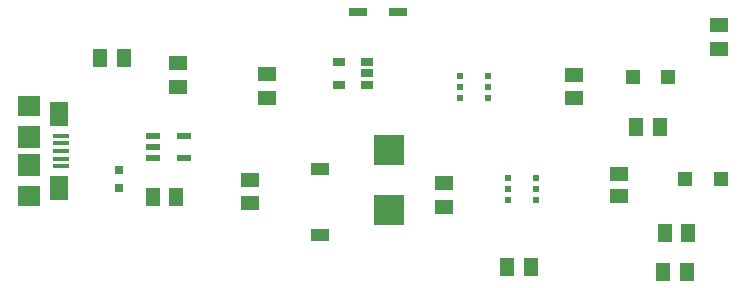
<source format=gtp>
G75*
%MOIN*%
%OFA0B0*%
%FSLAX25Y25*%
%IPPOS*%
%LPD*%
%AMOC8*
5,1,8,0,0,1.08239X$1,22.5*
%
%ADD10R,0.05906X0.03937*%
%ADD11R,0.05118X0.06299*%
%ADD12R,0.06299X0.05118*%
%ADD13R,0.09843X0.10039*%
%ADD14R,0.06299X0.03150*%
%ADD15R,0.04724X0.02165*%
%ADD16R,0.03150X0.03150*%
%ADD17R,0.02362X0.01969*%
%ADD18R,0.06299X0.08268*%
%ADD19R,0.07480X0.07480*%
%ADD20R,0.07480X0.07087*%
%ADD21R,0.05315X0.01575*%
%ADD22R,0.05906X0.05118*%
%ADD23R,0.05118X0.05906*%
%ADD24R,0.05118X0.05118*%
%ADD25R,0.03937X0.02756*%
D10*
X0106591Y0034996D03*
X0106591Y0057043D03*
D11*
X0168835Y0024287D03*
X0176709Y0024287D03*
X0220921Y0022712D03*
X0228795Y0022712D03*
X0229268Y0035586D03*
X0221394Y0035586D03*
X0219740Y0070941D03*
X0211866Y0070941D03*
X0041079Y0094051D03*
X0033205Y0094051D03*
D12*
X0059110Y0092240D03*
X0059110Y0084366D03*
X0088756Y0080744D03*
X0088756Y0088618D03*
X0083244Y0053421D03*
X0083244Y0045547D03*
X0147811Y0044248D03*
X0147811Y0052122D03*
X0239543Y0096964D03*
X0239543Y0104838D03*
D13*
X0129386Y0063165D03*
X0129386Y0043283D03*
D14*
X0132654Y0109405D03*
X0119268Y0109405D03*
D15*
X0061079Y0068106D03*
X0050843Y0068106D03*
X0050843Y0064366D03*
X0050843Y0060626D03*
X0061079Y0060626D03*
D16*
X0039504Y0056571D03*
X0039504Y0050665D03*
D17*
X0153126Y0080508D03*
X0153126Y0084248D03*
X0153126Y0087988D03*
X0162378Y0087988D03*
X0162378Y0084248D03*
X0162378Y0080508D03*
X0169150Y0053933D03*
X0169150Y0050193D03*
X0169150Y0046452D03*
X0178402Y0046452D03*
X0178402Y0050193D03*
X0178402Y0053933D03*
D18*
X0019543Y0050744D03*
X0019543Y0075153D03*
D19*
X0009504Y0067673D03*
X0009504Y0058224D03*
D20*
X0009504Y0047988D03*
X0009504Y0077909D03*
D21*
X0020055Y0068067D03*
X0020055Y0065508D03*
X0020055Y0062949D03*
X0020055Y0060389D03*
X0020055Y0057830D03*
D22*
X0191197Y0080704D03*
X0191197Y0088185D03*
X0206276Y0055429D03*
X0206276Y0047949D03*
D23*
X0058362Y0047594D03*
X0050882Y0047594D03*
D24*
X0210843Y0087515D03*
X0222654Y0087515D03*
X0228283Y0053657D03*
X0240094Y0053657D03*
D25*
X0122142Y0085074D03*
X0122142Y0088815D03*
X0122142Y0092555D03*
X0112693Y0092555D03*
X0112693Y0085074D03*
M02*

</source>
